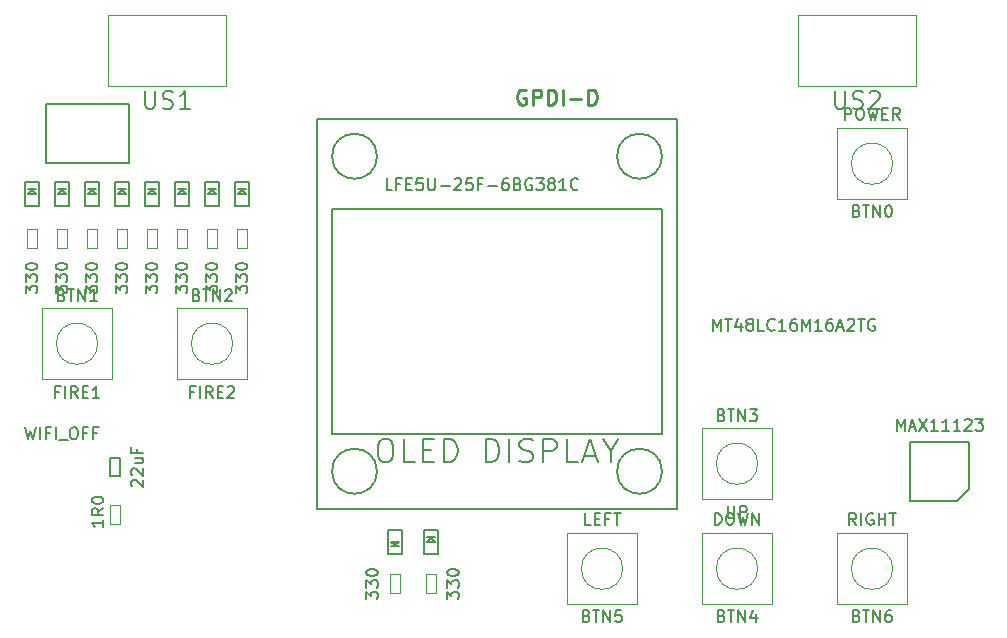
<source format=gbr>
G04 #@! TF.FileFunction,Other,Fab,Top*
%FSLAX46Y46*%
G04 Gerber Fmt 4.6, Leading zero omitted, Abs format (unit mm)*
G04 Created by KiCad (PCBNEW 4.0.7+dfsg1-1) date Tue Oct  3 00:54:53 2017*
%MOMM*%
%LPD*%
G01*
G04 APERTURE LIST*
%ADD10C,0.100000*%
%ADD11C,0.150000*%
%ADD12C,0.254000*%
G04 APERTURE END LIST*
D10*
D11*
X118530000Y-76260000D02*
X117930000Y-76260000D01*
X118230000Y-76360000D02*
X118530000Y-76660000D01*
X117930000Y-76660000D02*
X118230000Y-76360000D01*
X118530000Y-76660000D02*
X117930000Y-76660000D01*
X118830000Y-77660000D02*
X118830000Y-75660000D01*
X117630000Y-77660000D02*
X118830000Y-77660000D01*
X117630000Y-75660000D02*
X117630000Y-77660000D01*
X118830000Y-75660000D02*
X117630000Y-75660000D01*
X115990000Y-76260000D02*
X115390000Y-76260000D01*
X115690000Y-76360000D02*
X115990000Y-76660000D01*
X115390000Y-76660000D02*
X115690000Y-76360000D01*
X115990000Y-76660000D02*
X115390000Y-76660000D01*
X116290000Y-77660000D02*
X116290000Y-75660000D01*
X115090000Y-77660000D02*
X116290000Y-77660000D01*
X115090000Y-75660000D02*
X115090000Y-77660000D01*
X116290000Y-75660000D02*
X115090000Y-75660000D01*
X113450000Y-76260000D02*
X112850000Y-76260000D01*
X113150000Y-76360000D02*
X113450000Y-76660000D01*
X112850000Y-76660000D02*
X113150000Y-76360000D01*
X113450000Y-76660000D02*
X112850000Y-76660000D01*
X113750000Y-77660000D02*
X113750000Y-75660000D01*
X112550000Y-77660000D02*
X113750000Y-77660000D01*
X112550000Y-75660000D02*
X112550000Y-77660000D01*
X113750000Y-75660000D02*
X112550000Y-75660000D01*
X110910000Y-76260000D02*
X110310000Y-76260000D01*
X110610000Y-76360000D02*
X110910000Y-76660000D01*
X110310000Y-76660000D02*
X110610000Y-76360000D01*
X110910000Y-76660000D02*
X110310000Y-76660000D01*
X111210000Y-77660000D02*
X111210000Y-75660000D01*
X110010000Y-77660000D02*
X111210000Y-77660000D01*
X110010000Y-75660000D02*
X110010000Y-77660000D01*
X111210000Y-75660000D02*
X110010000Y-75660000D01*
X108370000Y-76260000D02*
X107770000Y-76260000D01*
X108070000Y-76360000D02*
X108370000Y-76660000D01*
X107770000Y-76660000D02*
X108070000Y-76360000D01*
X108370000Y-76660000D02*
X107770000Y-76660000D01*
X108670000Y-77660000D02*
X108670000Y-75660000D01*
X107470000Y-77660000D02*
X108670000Y-77660000D01*
X107470000Y-75660000D02*
X107470000Y-77660000D01*
X108670000Y-75660000D02*
X107470000Y-75660000D01*
X105830000Y-76260000D02*
X105230000Y-76260000D01*
X105530000Y-76360000D02*
X105830000Y-76660000D01*
X105230000Y-76660000D02*
X105530000Y-76360000D01*
X105830000Y-76660000D02*
X105230000Y-76660000D01*
X106130000Y-77660000D02*
X106130000Y-75660000D01*
X104930000Y-77660000D02*
X106130000Y-77660000D01*
X104930000Y-75660000D02*
X104930000Y-77660000D01*
X106130000Y-75660000D02*
X104930000Y-75660000D01*
X103290000Y-76260000D02*
X102690000Y-76260000D01*
X102990000Y-76360000D02*
X103290000Y-76660000D01*
X102690000Y-76660000D02*
X102990000Y-76360000D01*
X103290000Y-76660000D02*
X102690000Y-76660000D01*
X103590000Y-77660000D02*
X103590000Y-75660000D01*
X102390000Y-77660000D02*
X103590000Y-77660000D01*
X102390000Y-75660000D02*
X102390000Y-77660000D01*
X103590000Y-75660000D02*
X102390000Y-75660000D01*
X100750000Y-76260000D02*
X100150000Y-76260000D01*
X100450000Y-76360000D02*
X100750000Y-76660000D01*
X100150000Y-76660000D02*
X100450000Y-76360000D01*
X100750000Y-76660000D02*
X100150000Y-76660000D01*
X101050000Y-77660000D02*
X101050000Y-75660000D01*
X99850000Y-77660000D02*
X101050000Y-77660000D01*
X99850000Y-75660000D02*
X99850000Y-77660000D01*
X101050000Y-75660000D02*
X99850000Y-75660000D01*
X108624000Y-69080000D02*
X108624000Y-74080000D01*
X101624000Y-69080000D02*
X108624000Y-69080000D01*
X101624000Y-74080000D02*
X101624000Y-69080000D01*
X108624000Y-74080000D02*
X101624000Y-74080000D01*
X130884000Y-106524000D02*
X131484000Y-106524000D01*
X131184000Y-106424000D02*
X130884000Y-106124000D01*
X131484000Y-106124000D02*
X131184000Y-106424000D01*
X130884000Y-106124000D02*
X131484000Y-106124000D01*
X130584000Y-105124000D02*
X130584000Y-107124000D01*
X131784000Y-105124000D02*
X130584000Y-105124000D01*
X131784000Y-107124000D02*
X131784000Y-105124000D01*
X130584000Y-107124000D02*
X131784000Y-107124000D01*
X134532000Y-105724000D02*
X133932000Y-105724000D01*
X134232000Y-105824000D02*
X134532000Y-106124000D01*
X133932000Y-106124000D02*
X134232000Y-105824000D01*
X134532000Y-106124000D02*
X133932000Y-106124000D01*
X134832000Y-107124000D02*
X134832000Y-105124000D01*
X133632000Y-107124000D02*
X134832000Y-107124000D01*
X133632000Y-105124000D02*
X133632000Y-107124000D01*
X134832000Y-105124000D02*
X133632000Y-105124000D01*
D10*
X130784000Y-108880000D02*
X131584000Y-108880000D01*
X130784000Y-110480000D02*
X130784000Y-108880000D01*
X131584000Y-110480000D02*
X130784000Y-110480000D01*
X131584000Y-108880000D02*
X131584000Y-110480000D01*
X134632000Y-110480000D02*
X133832000Y-110480000D01*
X134632000Y-108880000D02*
X134632000Y-110480000D01*
X133832000Y-108880000D02*
X134632000Y-108880000D01*
X133832000Y-110480000D02*
X133832000Y-108880000D01*
D11*
X107880000Y-100600000D02*
X107080000Y-100600000D01*
X107880000Y-99000000D02*
X107880000Y-100600000D01*
X107080000Y-99000000D02*
X107880000Y-99000000D01*
X107080000Y-100600000D02*
X107080000Y-99000000D01*
D10*
X107080000Y-103000000D02*
X107880000Y-103000000D01*
X107080000Y-104600000D02*
X107080000Y-103000000D01*
X107880000Y-104600000D02*
X107080000Y-104600000D01*
X107880000Y-103000000D02*
X107880000Y-104600000D01*
X116880000Y-61560000D02*
X116880000Y-67560000D01*
X106880000Y-61560000D02*
X116880000Y-61560000D01*
X106880000Y-67560000D02*
X106880000Y-61560000D01*
X116880000Y-67560000D02*
X106880000Y-67560000D01*
X175300000Y-61560000D02*
X175300000Y-67560000D01*
X165300000Y-61560000D02*
X175300000Y-61560000D01*
X165300000Y-67560000D02*
X165300000Y-61560000D01*
X175300000Y-67560000D02*
X165300000Y-67560000D01*
X118630000Y-81270000D02*
X117830000Y-81270000D01*
X118630000Y-79670000D02*
X118630000Y-81270000D01*
X117830000Y-79670000D02*
X118630000Y-79670000D01*
X117830000Y-81270000D02*
X117830000Y-79670000D01*
X116090000Y-81270000D02*
X115290000Y-81270000D01*
X116090000Y-79670000D02*
X116090000Y-81270000D01*
X115290000Y-79670000D02*
X116090000Y-79670000D01*
X115290000Y-81270000D02*
X115290000Y-79670000D01*
X113550000Y-81270000D02*
X112750000Y-81270000D01*
X113550000Y-79670000D02*
X113550000Y-81270000D01*
X112750000Y-79670000D02*
X113550000Y-79670000D01*
X112750000Y-81270000D02*
X112750000Y-79670000D01*
X111010000Y-81270000D02*
X110210000Y-81270000D01*
X111010000Y-79670000D02*
X111010000Y-81270000D01*
X110210000Y-79670000D02*
X111010000Y-79670000D01*
X110210000Y-81270000D02*
X110210000Y-79670000D01*
X108470000Y-81270000D02*
X107670000Y-81270000D01*
X108470000Y-79670000D02*
X108470000Y-81270000D01*
X107670000Y-79670000D02*
X108470000Y-79670000D01*
X107670000Y-81270000D02*
X107670000Y-79670000D01*
X105930000Y-81270000D02*
X105130000Y-81270000D01*
X105930000Y-79670000D02*
X105930000Y-81270000D01*
X105130000Y-79670000D02*
X105930000Y-79670000D01*
X105130000Y-81270000D02*
X105130000Y-79670000D01*
X103390000Y-81270000D02*
X102590000Y-81270000D01*
X103390000Y-79670000D02*
X103390000Y-81270000D01*
X102590000Y-79670000D02*
X103390000Y-79670000D01*
X102590000Y-81270000D02*
X102590000Y-79670000D01*
X100850000Y-81270000D02*
X100050000Y-81270000D01*
X100850000Y-79670000D02*
X100850000Y-81270000D01*
X100050000Y-79670000D02*
X100850000Y-79670000D01*
X100050000Y-81270000D02*
X100050000Y-79670000D01*
D11*
X178785000Y-102655000D02*
X174785000Y-102655000D01*
X174785000Y-102655000D02*
X174785000Y-97655000D01*
X174785000Y-97655000D02*
X179785000Y-97655000D01*
X179785000Y-97655000D02*
X179785000Y-101655000D01*
X179785000Y-101655000D02*
X178785000Y-102655000D01*
X153790000Y-73485000D02*
G75*
G03X153790000Y-73485000I-1905000J0D01*
G01*
X129660000Y-73485000D02*
G75*
G03X129660000Y-73485000I-1905000J0D01*
G01*
X129660000Y-100155000D02*
G75*
G03X129660000Y-100155000I-1905000J0D01*
G01*
X153790000Y-100155000D02*
G75*
G03X153790000Y-100155000I-1905000J0D01*
G01*
X153790000Y-77930000D02*
X153790000Y-96980000D01*
X125850000Y-77930000D02*
X153790000Y-77930000D01*
X125850000Y-96980000D02*
X125850000Y-77930000D01*
X153790000Y-96980000D02*
X125850000Y-96980000D01*
X155060000Y-70310000D02*
X155060000Y-103330000D01*
X124580000Y-70310000D02*
X155060000Y-70310000D01*
X124580000Y-103330000D02*
X124580000Y-70310000D01*
X155060000Y-103330000D02*
X124580000Y-103330000D01*
D10*
X174570000Y-77120000D02*
X174570000Y-71120000D01*
X174570000Y-71120000D02*
X168570000Y-71120000D01*
X168570000Y-71120000D02*
X168570000Y-77120000D01*
X168570000Y-77120000D02*
X174570000Y-77120000D01*
X173320714Y-74120000D02*
G75*
G03X173320714Y-74120000I-1750714J0D01*
G01*
X101260000Y-86360000D02*
X101260000Y-92360000D01*
X101260000Y-92360000D02*
X107260000Y-92360000D01*
X107260000Y-92360000D02*
X107260000Y-86360000D01*
X107260000Y-86360000D02*
X101260000Y-86360000D01*
X106010714Y-89360000D02*
G75*
G03X106010714Y-89360000I-1750714J0D01*
G01*
X112690000Y-86360000D02*
X112690000Y-92360000D01*
X112690000Y-92360000D02*
X118690000Y-92360000D01*
X118690000Y-92360000D02*
X118690000Y-86360000D01*
X118690000Y-86360000D02*
X112690000Y-86360000D01*
X117440714Y-89360000D02*
G75*
G03X117440714Y-89360000I-1750714J0D01*
G01*
X157140000Y-96520000D02*
X157140000Y-102520000D01*
X157140000Y-102520000D02*
X163140000Y-102520000D01*
X163140000Y-102520000D02*
X163140000Y-96520000D01*
X163140000Y-96520000D02*
X157140000Y-96520000D01*
X161890714Y-99520000D02*
G75*
G03X161890714Y-99520000I-1750714J0D01*
G01*
X163140000Y-111410000D02*
X163140000Y-105410000D01*
X163140000Y-105410000D02*
X157140000Y-105410000D01*
X157140000Y-105410000D02*
X157140000Y-111410000D01*
X157140000Y-111410000D02*
X163140000Y-111410000D01*
X161890714Y-108410000D02*
G75*
G03X161890714Y-108410000I-1750714J0D01*
G01*
X151710000Y-111410000D02*
X151710000Y-105410000D01*
X151710000Y-105410000D02*
X145710000Y-105410000D01*
X145710000Y-105410000D02*
X145710000Y-111410000D01*
X145710000Y-111410000D02*
X151710000Y-111410000D01*
X150460714Y-108410000D02*
G75*
G03X150460714Y-108410000I-1750714J0D01*
G01*
X174570000Y-111410000D02*
X174570000Y-105410000D01*
X174570000Y-105410000D02*
X168570000Y-105410000D01*
X168570000Y-105410000D02*
X168570000Y-111410000D01*
X168570000Y-111410000D02*
X174570000Y-111410000D01*
X173320714Y-108410000D02*
G75*
G03X173320714Y-108410000I-1750714J0D01*
G01*
D11*
X158132666Y-88252381D02*
X158132666Y-87252381D01*
X158466000Y-87966667D01*
X158799333Y-87252381D01*
X158799333Y-88252381D01*
X159132666Y-87252381D02*
X159704095Y-87252381D01*
X159418380Y-88252381D02*
X159418380Y-87252381D01*
X160466000Y-87585714D02*
X160466000Y-88252381D01*
X160227904Y-87204762D02*
X159989809Y-87919048D01*
X160608857Y-87919048D01*
X161132666Y-87680952D02*
X161037428Y-87633333D01*
X160989809Y-87585714D01*
X160942190Y-87490476D01*
X160942190Y-87442857D01*
X160989809Y-87347619D01*
X161037428Y-87300000D01*
X161132666Y-87252381D01*
X161323143Y-87252381D01*
X161418381Y-87300000D01*
X161466000Y-87347619D01*
X161513619Y-87442857D01*
X161513619Y-87490476D01*
X161466000Y-87585714D01*
X161418381Y-87633333D01*
X161323143Y-87680952D01*
X161132666Y-87680952D01*
X161037428Y-87728571D01*
X160989809Y-87776190D01*
X160942190Y-87871429D01*
X160942190Y-88061905D01*
X160989809Y-88157143D01*
X161037428Y-88204762D01*
X161132666Y-88252381D01*
X161323143Y-88252381D01*
X161418381Y-88204762D01*
X161466000Y-88157143D01*
X161513619Y-88061905D01*
X161513619Y-87871429D01*
X161466000Y-87776190D01*
X161418381Y-87728571D01*
X161323143Y-87680952D01*
X162418381Y-88252381D02*
X161942190Y-88252381D01*
X161942190Y-87252381D01*
X163323143Y-88157143D02*
X163275524Y-88204762D01*
X163132667Y-88252381D01*
X163037429Y-88252381D01*
X162894571Y-88204762D01*
X162799333Y-88109524D01*
X162751714Y-88014286D01*
X162704095Y-87823810D01*
X162704095Y-87680952D01*
X162751714Y-87490476D01*
X162799333Y-87395238D01*
X162894571Y-87300000D01*
X163037429Y-87252381D01*
X163132667Y-87252381D01*
X163275524Y-87300000D01*
X163323143Y-87347619D01*
X164275524Y-88252381D02*
X163704095Y-88252381D01*
X163989809Y-88252381D02*
X163989809Y-87252381D01*
X163894571Y-87395238D01*
X163799333Y-87490476D01*
X163704095Y-87538095D01*
X165132667Y-87252381D02*
X164942190Y-87252381D01*
X164846952Y-87300000D01*
X164799333Y-87347619D01*
X164704095Y-87490476D01*
X164656476Y-87680952D01*
X164656476Y-88061905D01*
X164704095Y-88157143D01*
X164751714Y-88204762D01*
X164846952Y-88252381D01*
X165037429Y-88252381D01*
X165132667Y-88204762D01*
X165180286Y-88157143D01*
X165227905Y-88061905D01*
X165227905Y-87823810D01*
X165180286Y-87728571D01*
X165132667Y-87680952D01*
X165037429Y-87633333D01*
X164846952Y-87633333D01*
X164751714Y-87680952D01*
X164704095Y-87728571D01*
X164656476Y-87823810D01*
X165656476Y-88252381D02*
X165656476Y-87252381D01*
X165989810Y-87966667D01*
X166323143Y-87252381D01*
X166323143Y-88252381D01*
X167323143Y-88252381D02*
X166751714Y-88252381D01*
X167037428Y-88252381D02*
X167037428Y-87252381D01*
X166942190Y-87395238D01*
X166846952Y-87490476D01*
X166751714Y-87538095D01*
X168180286Y-87252381D02*
X167989809Y-87252381D01*
X167894571Y-87300000D01*
X167846952Y-87347619D01*
X167751714Y-87490476D01*
X167704095Y-87680952D01*
X167704095Y-88061905D01*
X167751714Y-88157143D01*
X167799333Y-88204762D01*
X167894571Y-88252381D01*
X168085048Y-88252381D01*
X168180286Y-88204762D01*
X168227905Y-88157143D01*
X168275524Y-88061905D01*
X168275524Y-87823810D01*
X168227905Y-87728571D01*
X168180286Y-87680952D01*
X168085048Y-87633333D01*
X167894571Y-87633333D01*
X167799333Y-87680952D01*
X167751714Y-87728571D01*
X167704095Y-87823810D01*
X168656476Y-87966667D02*
X169132667Y-87966667D01*
X168561238Y-88252381D02*
X168894571Y-87252381D01*
X169227905Y-88252381D01*
X169513619Y-87347619D02*
X169561238Y-87300000D01*
X169656476Y-87252381D01*
X169894572Y-87252381D01*
X169989810Y-87300000D01*
X170037429Y-87347619D01*
X170085048Y-87442857D01*
X170085048Y-87538095D01*
X170037429Y-87680952D01*
X169466000Y-88252381D01*
X170085048Y-88252381D01*
X170370762Y-87252381D02*
X170942191Y-87252381D01*
X170656476Y-88252381D02*
X170656476Y-87252381D01*
X171799334Y-87300000D02*
X171704096Y-87252381D01*
X171561239Y-87252381D01*
X171418381Y-87300000D01*
X171323143Y-87395238D01*
X171275524Y-87490476D01*
X171227905Y-87680952D01*
X171227905Y-87823810D01*
X171275524Y-88014286D01*
X171323143Y-88109524D01*
X171418381Y-88204762D01*
X171561239Y-88252381D01*
X171656477Y-88252381D01*
X171799334Y-88204762D01*
X171846953Y-88157143D01*
X171846953Y-87823810D01*
X171656477Y-87823810D01*
X99894762Y-96432381D02*
X100132857Y-97432381D01*
X100323334Y-96718095D01*
X100513810Y-97432381D01*
X100751905Y-96432381D01*
X101132857Y-97432381D02*
X101132857Y-96432381D01*
X101942381Y-96908571D02*
X101609047Y-96908571D01*
X101609047Y-97432381D02*
X101609047Y-96432381D01*
X102085238Y-96432381D01*
X102466190Y-97432381D02*
X102466190Y-96432381D01*
X102704285Y-97527619D02*
X103466190Y-97527619D01*
X103894761Y-96432381D02*
X104085238Y-96432381D01*
X104180476Y-96480000D01*
X104275714Y-96575238D01*
X104323333Y-96765714D01*
X104323333Y-97099048D01*
X104275714Y-97289524D01*
X104180476Y-97384762D01*
X104085238Y-97432381D01*
X103894761Y-97432381D01*
X103799523Y-97384762D01*
X103704285Y-97289524D01*
X103656666Y-97099048D01*
X103656666Y-96765714D01*
X103704285Y-96575238D01*
X103799523Y-96480000D01*
X103894761Y-96432381D01*
X105085238Y-96908571D02*
X104751904Y-96908571D01*
X104751904Y-97432381D02*
X104751904Y-96432381D01*
X105228095Y-96432381D01*
X105942381Y-96908571D02*
X105609047Y-96908571D01*
X105609047Y-97432381D02*
X105609047Y-96432381D01*
X106085238Y-96432381D01*
X128736381Y-110965714D02*
X128736381Y-110346666D01*
X129117333Y-110680000D01*
X129117333Y-110537142D01*
X129164952Y-110441904D01*
X129212571Y-110394285D01*
X129307810Y-110346666D01*
X129545905Y-110346666D01*
X129641143Y-110394285D01*
X129688762Y-110441904D01*
X129736381Y-110537142D01*
X129736381Y-110822857D01*
X129688762Y-110918095D01*
X129641143Y-110965714D01*
X128736381Y-110013333D02*
X128736381Y-109394285D01*
X129117333Y-109727619D01*
X129117333Y-109584761D01*
X129164952Y-109489523D01*
X129212571Y-109441904D01*
X129307810Y-109394285D01*
X129545905Y-109394285D01*
X129641143Y-109441904D01*
X129688762Y-109489523D01*
X129736381Y-109584761D01*
X129736381Y-109870476D01*
X129688762Y-109965714D01*
X129641143Y-110013333D01*
X128736381Y-108775238D02*
X128736381Y-108679999D01*
X128784000Y-108584761D01*
X128831619Y-108537142D01*
X128926857Y-108489523D01*
X129117333Y-108441904D01*
X129355429Y-108441904D01*
X129545905Y-108489523D01*
X129641143Y-108537142D01*
X129688762Y-108584761D01*
X129736381Y-108679999D01*
X129736381Y-108775238D01*
X129688762Y-108870476D01*
X129641143Y-108918095D01*
X129545905Y-108965714D01*
X129355429Y-109013333D01*
X129117333Y-109013333D01*
X128926857Y-108965714D01*
X128831619Y-108918095D01*
X128784000Y-108870476D01*
X128736381Y-108775238D01*
X135584381Y-110965714D02*
X135584381Y-110346666D01*
X135965333Y-110680000D01*
X135965333Y-110537142D01*
X136012952Y-110441904D01*
X136060571Y-110394285D01*
X136155810Y-110346666D01*
X136393905Y-110346666D01*
X136489143Y-110394285D01*
X136536762Y-110441904D01*
X136584381Y-110537142D01*
X136584381Y-110822857D01*
X136536762Y-110918095D01*
X136489143Y-110965714D01*
X135584381Y-110013333D02*
X135584381Y-109394285D01*
X135965333Y-109727619D01*
X135965333Y-109584761D01*
X136012952Y-109489523D01*
X136060571Y-109441904D01*
X136155810Y-109394285D01*
X136393905Y-109394285D01*
X136489143Y-109441904D01*
X136536762Y-109489523D01*
X136584381Y-109584761D01*
X136584381Y-109870476D01*
X136536762Y-109965714D01*
X136489143Y-110013333D01*
X135584381Y-108775238D02*
X135584381Y-108679999D01*
X135632000Y-108584761D01*
X135679619Y-108537142D01*
X135774857Y-108489523D01*
X135965333Y-108441904D01*
X136203429Y-108441904D01*
X136393905Y-108489523D01*
X136489143Y-108537142D01*
X136536762Y-108584761D01*
X136584381Y-108679999D01*
X136584381Y-108775238D01*
X136536762Y-108870476D01*
X136489143Y-108918095D01*
X136393905Y-108965714D01*
X136203429Y-109013333D01*
X135965333Y-109013333D01*
X135774857Y-108965714D01*
X135679619Y-108918095D01*
X135632000Y-108870476D01*
X135584381Y-108775238D01*
X108927619Y-101442857D02*
X108880000Y-101395238D01*
X108832381Y-101300000D01*
X108832381Y-101061904D01*
X108880000Y-100966666D01*
X108927619Y-100919047D01*
X109022857Y-100871428D01*
X109118095Y-100871428D01*
X109260952Y-100919047D01*
X109832381Y-101490476D01*
X109832381Y-100871428D01*
X108927619Y-100490476D02*
X108880000Y-100442857D01*
X108832381Y-100347619D01*
X108832381Y-100109523D01*
X108880000Y-100014285D01*
X108927619Y-99966666D01*
X109022857Y-99919047D01*
X109118095Y-99919047D01*
X109260952Y-99966666D01*
X109832381Y-100538095D01*
X109832381Y-99919047D01*
X109165714Y-99061904D02*
X109832381Y-99061904D01*
X109165714Y-99490476D02*
X109689524Y-99490476D01*
X109784762Y-99442857D01*
X109832381Y-99347619D01*
X109832381Y-99204761D01*
X109784762Y-99109523D01*
X109737143Y-99061904D01*
X109308571Y-98252380D02*
X109308571Y-98585714D01*
X109832381Y-98585714D02*
X108832381Y-98585714D01*
X108832381Y-98109523D01*
X106490381Y-104274476D02*
X106490381Y-104845905D01*
X106490381Y-104560191D02*
X105490381Y-104560191D01*
X105633238Y-104655429D01*
X105728476Y-104750667D01*
X105776095Y-104845905D01*
X106490381Y-103274476D02*
X106014190Y-103607810D01*
X106490381Y-103845905D02*
X105490381Y-103845905D01*
X105490381Y-103464952D01*
X105538000Y-103369714D01*
X105585619Y-103322095D01*
X105680857Y-103274476D01*
X105823714Y-103274476D01*
X105918952Y-103322095D01*
X105966571Y-103369714D01*
X106014190Y-103464952D01*
X106014190Y-103845905D01*
X105490381Y-102655429D02*
X105490381Y-102560190D01*
X105538000Y-102464952D01*
X105585619Y-102417333D01*
X105680857Y-102369714D01*
X105871333Y-102322095D01*
X106109429Y-102322095D01*
X106299905Y-102369714D01*
X106395143Y-102417333D01*
X106442762Y-102464952D01*
X106490381Y-102560190D01*
X106490381Y-102655429D01*
X106442762Y-102750667D01*
X106395143Y-102798286D01*
X106299905Y-102845905D01*
X106109429Y-102893524D01*
X105871333Y-102893524D01*
X105680857Y-102845905D01*
X105585619Y-102798286D01*
X105538000Y-102750667D01*
X105490381Y-102655429D01*
X110022858Y-67964571D02*
X110022858Y-69178857D01*
X110094286Y-69321714D01*
X110165715Y-69393143D01*
X110308572Y-69464571D01*
X110594286Y-69464571D01*
X110737144Y-69393143D01*
X110808572Y-69321714D01*
X110880001Y-69178857D01*
X110880001Y-67964571D01*
X111522858Y-69393143D02*
X111737144Y-69464571D01*
X112094287Y-69464571D01*
X112237144Y-69393143D01*
X112308573Y-69321714D01*
X112380001Y-69178857D01*
X112380001Y-69036000D01*
X112308573Y-68893143D01*
X112237144Y-68821714D01*
X112094287Y-68750286D01*
X111808573Y-68678857D01*
X111665715Y-68607429D01*
X111594287Y-68536000D01*
X111522858Y-68393143D01*
X111522858Y-68250286D01*
X111594287Y-68107429D01*
X111665715Y-68036000D01*
X111808573Y-67964571D01*
X112165715Y-67964571D01*
X112380001Y-68036000D01*
X113808572Y-69464571D02*
X112951429Y-69464571D01*
X113380001Y-69464571D02*
X113380001Y-67964571D01*
X113237144Y-68178857D01*
X113094286Y-68321714D01*
X112951429Y-68393143D01*
X168442858Y-67964571D02*
X168442858Y-69178857D01*
X168514286Y-69321714D01*
X168585715Y-69393143D01*
X168728572Y-69464571D01*
X169014286Y-69464571D01*
X169157144Y-69393143D01*
X169228572Y-69321714D01*
X169300001Y-69178857D01*
X169300001Y-67964571D01*
X169942858Y-69393143D02*
X170157144Y-69464571D01*
X170514287Y-69464571D01*
X170657144Y-69393143D01*
X170728573Y-69321714D01*
X170800001Y-69178857D01*
X170800001Y-69036000D01*
X170728573Y-68893143D01*
X170657144Y-68821714D01*
X170514287Y-68750286D01*
X170228573Y-68678857D01*
X170085715Y-68607429D01*
X170014287Y-68536000D01*
X169942858Y-68393143D01*
X169942858Y-68250286D01*
X170014287Y-68107429D01*
X170085715Y-68036000D01*
X170228573Y-67964571D01*
X170585715Y-67964571D01*
X170800001Y-68036000D01*
X171371429Y-68107429D02*
X171442858Y-68036000D01*
X171585715Y-67964571D01*
X171942858Y-67964571D01*
X172085715Y-68036000D01*
X172157144Y-68107429D01*
X172228572Y-68250286D01*
X172228572Y-68393143D01*
X172157144Y-68607429D01*
X171300001Y-69464571D01*
X172228572Y-69464571D01*
X117682381Y-85057714D02*
X117682381Y-84438666D01*
X118063333Y-84772000D01*
X118063333Y-84629142D01*
X118110952Y-84533904D01*
X118158571Y-84486285D01*
X118253810Y-84438666D01*
X118491905Y-84438666D01*
X118587143Y-84486285D01*
X118634762Y-84533904D01*
X118682381Y-84629142D01*
X118682381Y-84914857D01*
X118634762Y-85010095D01*
X118587143Y-85057714D01*
X117682381Y-84105333D02*
X117682381Y-83486285D01*
X118063333Y-83819619D01*
X118063333Y-83676761D01*
X118110952Y-83581523D01*
X118158571Y-83533904D01*
X118253810Y-83486285D01*
X118491905Y-83486285D01*
X118587143Y-83533904D01*
X118634762Y-83581523D01*
X118682381Y-83676761D01*
X118682381Y-83962476D01*
X118634762Y-84057714D01*
X118587143Y-84105333D01*
X117682381Y-82867238D02*
X117682381Y-82771999D01*
X117730000Y-82676761D01*
X117777619Y-82629142D01*
X117872857Y-82581523D01*
X118063333Y-82533904D01*
X118301429Y-82533904D01*
X118491905Y-82581523D01*
X118587143Y-82629142D01*
X118634762Y-82676761D01*
X118682381Y-82771999D01*
X118682381Y-82867238D01*
X118634762Y-82962476D01*
X118587143Y-83010095D01*
X118491905Y-83057714D01*
X118301429Y-83105333D01*
X118063333Y-83105333D01*
X117872857Y-83057714D01*
X117777619Y-83010095D01*
X117730000Y-82962476D01*
X117682381Y-82867238D01*
X115142381Y-85057714D02*
X115142381Y-84438666D01*
X115523333Y-84772000D01*
X115523333Y-84629142D01*
X115570952Y-84533904D01*
X115618571Y-84486285D01*
X115713810Y-84438666D01*
X115951905Y-84438666D01*
X116047143Y-84486285D01*
X116094762Y-84533904D01*
X116142381Y-84629142D01*
X116142381Y-84914857D01*
X116094762Y-85010095D01*
X116047143Y-85057714D01*
X115142381Y-84105333D02*
X115142381Y-83486285D01*
X115523333Y-83819619D01*
X115523333Y-83676761D01*
X115570952Y-83581523D01*
X115618571Y-83533904D01*
X115713810Y-83486285D01*
X115951905Y-83486285D01*
X116047143Y-83533904D01*
X116094762Y-83581523D01*
X116142381Y-83676761D01*
X116142381Y-83962476D01*
X116094762Y-84057714D01*
X116047143Y-84105333D01*
X115142381Y-82867238D02*
X115142381Y-82771999D01*
X115190000Y-82676761D01*
X115237619Y-82629142D01*
X115332857Y-82581523D01*
X115523333Y-82533904D01*
X115761429Y-82533904D01*
X115951905Y-82581523D01*
X116047143Y-82629142D01*
X116094762Y-82676761D01*
X116142381Y-82771999D01*
X116142381Y-82867238D01*
X116094762Y-82962476D01*
X116047143Y-83010095D01*
X115951905Y-83057714D01*
X115761429Y-83105333D01*
X115523333Y-83105333D01*
X115332857Y-83057714D01*
X115237619Y-83010095D01*
X115190000Y-82962476D01*
X115142381Y-82867238D01*
X112602381Y-85057714D02*
X112602381Y-84438666D01*
X112983333Y-84772000D01*
X112983333Y-84629142D01*
X113030952Y-84533904D01*
X113078571Y-84486285D01*
X113173810Y-84438666D01*
X113411905Y-84438666D01*
X113507143Y-84486285D01*
X113554762Y-84533904D01*
X113602381Y-84629142D01*
X113602381Y-84914857D01*
X113554762Y-85010095D01*
X113507143Y-85057714D01*
X112602381Y-84105333D02*
X112602381Y-83486285D01*
X112983333Y-83819619D01*
X112983333Y-83676761D01*
X113030952Y-83581523D01*
X113078571Y-83533904D01*
X113173810Y-83486285D01*
X113411905Y-83486285D01*
X113507143Y-83533904D01*
X113554762Y-83581523D01*
X113602381Y-83676761D01*
X113602381Y-83962476D01*
X113554762Y-84057714D01*
X113507143Y-84105333D01*
X112602381Y-82867238D02*
X112602381Y-82771999D01*
X112650000Y-82676761D01*
X112697619Y-82629142D01*
X112792857Y-82581523D01*
X112983333Y-82533904D01*
X113221429Y-82533904D01*
X113411905Y-82581523D01*
X113507143Y-82629142D01*
X113554762Y-82676761D01*
X113602381Y-82771999D01*
X113602381Y-82867238D01*
X113554762Y-82962476D01*
X113507143Y-83010095D01*
X113411905Y-83057714D01*
X113221429Y-83105333D01*
X112983333Y-83105333D01*
X112792857Y-83057714D01*
X112697619Y-83010095D01*
X112650000Y-82962476D01*
X112602381Y-82867238D01*
X110062381Y-85057714D02*
X110062381Y-84438666D01*
X110443333Y-84772000D01*
X110443333Y-84629142D01*
X110490952Y-84533904D01*
X110538571Y-84486285D01*
X110633810Y-84438666D01*
X110871905Y-84438666D01*
X110967143Y-84486285D01*
X111014762Y-84533904D01*
X111062381Y-84629142D01*
X111062381Y-84914857D01*
X111014762Y-85010095D01*
X110967143Y-85057714D01*
X110062381Y-84105333D02*
X110062381Y-83486285D01*
X110443333Y-83819619D01*
X110443333Y-83676761D01*
X110490952Y-83581523D01*
X110538571Y-83533904D01*
X110633810Y-83486285D01*
X110871905Y-83486285D01*
X110967143Y-83533904D01*
X111014762Y-83581523D01*
X111062381Y-83676761D01*
X111062381Y-83962476D01*
X111014762Y-84057714D01*
X110967143Y-84105333D01*
X110062381Y-82867238D02*
X110062381Y-82771999D01*
X110110000Y-82676761D01*
X110157619Y-82629142D01*
X110252857Y-82581523D01*
X110443333Y-82533904D01*
X110681429Y-82533904D01*
X110871905Y-82581523D01*
X110967143Y-82629142D01*
X111014762Y-82676761D01*
X111062381Y-82771999D01*
X111062381Y-82867238D01*
X111014762Y-82962476D01*
X110967143Y-83010095D01*
X110871905Y-83057714D01*
X110681429Y-83105333D01*
X110443333Y-83105333D01*
X110252857Y-83057714D01*
X110157619Y-83010095D01*
X110110000Y-82962476D01*
X110062381Y-82867238D01*
X107522381Y-85057714D02*
X107522381Y-84438666D01*
X107903333Y-84772000D01*
X107903333Y-84629142D01*
X107950952Y-84533904D01*
X107998571Y-84486285D01*
X108093810Y-84438666D01*
X108331905Y-84438666D01*
X108427143Y-84486285D01*
X108474762Y-84533904D01*
X108522381Y-84629142D01*
X108522381Y-84914857D01*
X108474762Y-85010095D01*
X108427143Y-85057714D01*
X107522381Y-84105333D02*
X107522381Y-83486285D01*
X107903333Y-83819619D01*
X107903333Y-83676761D01*
X107950952Y-83581523D01*
X107998571Y-83533904D01*
X108093810Y-83486285D01*
X108331905Y-83486285D01*
X108427143Y-83533904D01*
X108474762Y-83581523D01*
X108522381Y-83676761D01*
X108522381Y-83962476D01*
X108474762Y-84057714D01*
X108427143Y-84105333D01*
X107522381Y-82867238D02*
X107522381Y-82771999D01*
X107570000Y-82676761D01*
X107617619Y-82629142D01*
X107712857Y-82581523D01*
X107903333Y-82533904D01*
X108141429Y-82533904D01*
X108331905Y-82581523D01*
X108427143Y-82629142D01*
X108474762Y-82676761D01*
X108522381Y-82771999D01*
X108522381Y-82867238D01*
X108474762Y-82962476D01*
X108427143Y-83010095D01*
X108331905Y-83057714D01*
X108141429Y-83105333D01*
X107903333Y-83105333D01*
X107712857Y-83057714D01*
X107617619Y-83010095D01*
X107570000Y-82962476D01*
X107522381Y-82867238D01*
X104982381Y-85057714D02*
X104982381Y-84438666D01*
X105363333Y-84772000D01*
X105363333Y-84629142D01*
X105410952Y-84533904D01*
X105458571Y-84486285D01*
X105553810Y-84438666D01*
X105791905Y-84438666D01*
X105887143Y-84486285D01*
X105934762Y-84533904D01*
X105982381Y-84629142D01*
X105982381Y-84914857D01*
X105934762Y-85010095D01*
X105887143Y-85057714D01*
X104982381Y-84105333D02*
X104982381Y-83486285D01*
X105363333Y-83819619D01*
X105363333Y-83676761D01*
X105410952Y-83581523D01*
X105458571Y-83533904D01*
X105553810Y-83486285D01*
X105791905Y-83486285D01*
X105887143Y-83533904D01*
X105934762Y-83581523D01*
X105982381Y-83676761D01*
X105982381Y-83962476D01*
X105934762Y-84057714D01*
X105887143Y-84105333D01*
X104982381Y-82867238D02*
X104982381Y-82771999D01*
X105030000Y-82676761D01*
X105077619Y-82629142D01*
X105172857Y-82581523D01*
X105363333Y-82533904D01*
X105601429Y-82533904D01*
X105791905Y-82581523D01*
X105887143Y-82629142D01*
X105934762Y-82676761D01*
X105982381Y-82771999D01*
X105982381Y-82867238D01*
X105934762Y-82962476D01*
X105887143Y-83010095D01*
X105791905Y-83057714D01*
X105601429Y-83105333D01*
X105363333Y-83105333D01*
X105172857Y-83057714D01*
X105077619Y-83010095D01*
X105030000Y-82962476D01*
X104982381Y-82867238D01*
X102442381Y-85057714D02*
X102442381Y-84438666D01*
X102823333Y-84772000D01*
X102823333Y-84629142D01*
X102870952Y-84533904D01*
X102918571Y-84486285D01*
X103013810Y-84438666D01*
X103251905Y-84438666D01*
X103347143Y-84486285D01*
X103394762Y-84533904D01*
X103442381Y-84629142D01*
X103442381Y-84914857D01*
X103394762Y-85010095D01*
X103347143Y-85057714D01*
X102442381Y-84105333D02*
X102442381Y-83486285D01*
X102823333Y-83819619D01*
X102823333Y-83676761D01*
X102870952Y-83581523D01*
X102918571Y-83533904D01*
X103013810Y-83486285D01*
X103251905Y-83486285D01*
X103347143Y-83533904D01*
X103394762Y-83581523D01*
X103442381Y-83676761D01*
X103442381Y-83962476D01*
X103394762Y-84057714D01*
X103347143Y-84105333D01*
X102442381Y-82867238D02*
X102442381Y-82771999D01*
X102490000Y-82676761D01*
X102537619Y-82629142D01*
X102632857Y-82581523D01*
X102823333Y-82533904D01*
X103061429Y-82533904D01*
X103251905Y-82581523D01*
X103347143Y-82629142D01*
X103394762Y-82676761D01*
X103442381Y-82771999D01*
X103442381Y-82867238D01*
X103394762Y-82962476D01*
X103347143Y-83010095D01*
X103251905Y-83057714D01*
X103061429Y-83105333D01*
X102823333Y-83105333D01*
X102632857Y-83057714D01*
X102537619Y-83010095D01*
X102490000Y-82962476D01*
X102442381Y-82867238D01*
X99902381Y-85057714D02*
X99902381Y-84438666D01*
X100283333Y-84772000D01*
X100283333Y-84629142D01*
X100330952Y-84533904D01*
X100378571Y-84486285D01*
X100473810Y-84438666D01*
X100711905Y-84438666D01*
X100807143Y-84486285D01*
X100854762Y-84533904D01*
X100902381Y-84629142D01*
X100902381Y-84914857D01*
X100854762Y-85010095D01*
X100807143Y-85057714D01*
X99902381Y-84105333D02*
X99902381Y-83486285D01*
X100283333Y-83819619D01*
X100283333Y-83676761D01*
X100330952Y-83581523D01*
X100378571Y-83533904D01*
X100473810Y-83486285D01*
X100711905Y-83486285D01*
X100807143Y-83533904D01*
X100854762Y-83581523D01*
X100902381Y-83676761D01*
X100902381Y-83962476D01*
X100854762Y-84057714D01*
X100807143Y-84105333D01*
X99902381Y-82867238D02*
X99902381Y-82771999D01*
X99950000Y-82676761D01*
X99997619Y-82629142D01*
X100092857Y-82581523D01*
X100283333Y-82533904D01*
X100521429Y-82533904D01*
X100711905Y-82581523D01*
X100807143Y-82629142D01*
X100854762Y-82676761D01*
X100902381Y-82771999D01*
X100902381Y-82867238D01*
X100854762Y-82962476D01*
X100807143Y-83010095D01*
X100711905Y-83057714D01*
X100521429Y-83105333D01*
X100283333Y-83105333D01*
X100092857Y-83057714D01*
X99997619Y-83010095D01*
X99950000Y-82962476D01*
X99902381Y-82867238D01*
X173665952Y-96732381D02*
X173665952Y-95732381D01*
X173999286Y-96446667D01*
X174332619Y-95732381D01*
X174332619Y-96732381D01*
X174761190Y-96446667D02*
X175237381Y-96446667D01*
X174665952Y-96732381D02*
X174999285Y-95732381D01*
X175332619Y-96732381D01*
X175570714Y-95732381D02*
X176237381Y-96732381D01*
X176237381Y-95732381D02*
X175570714Y-96732381D01*
X177142143Y-96732381D02*
X176570714Y-96732381D01*
X176856428Y-96732381D02*
X176856428Y-95732381D01*
X176761190Y-95875238D01*
X176665952Y-95970476D01*
X176570714Y-96018095D01*
X178094524Y-96732381D02*
X177523095Y-96732381D01*
X177808809Y-96732381D02*
X177808809Y-95732381D01*
X177713571Y-95875238D01*
X177618333Y-95970476D01*
X177523095Y-96018095D01*
X179046905Y-96732381D02*
X178475476Y-96732381D01*
X178761190Y-96732381D02*
X178761190Y-95732381D01*
X178665952Y-95875238D01*
X178570714Y-95970476D01*
X178475476Y-96018095D01*
X179427857Y-95827619D02*
X179475476Y-95780000D01*
X179570714Y-95732381D01*
X179808810Y-95732381D01*
X179904048Y-95780000D01*
X179951667Y-95827619D01*
X179999286Y-95922857D01*
X179999286Y-96018095D01*
X179951667Y-96160952D01*
X179380238Y-96732381D01*
X179999286Y-96732381D01*
X180332619Y-95732381D02*
X180951667Y-95732381D01*
X180618333Y-96113333D01*
X180761191Y-96113333D01*
X180856429Y-96160952D01*
X180904048Y-96208571D01*
X180951667Y-96303810D01*
X180951667Y-96541905D01*
X180904048Y-96637143D01*
X180856429Y-96684762D01*
X180761191Y-96732381D01*
X180475476Y-96732381D01*
X180380238Y-96684762D01*
X180332619Y-96637143D01*
X130954762Y-76350381D02*
X130478571Y-76350381D01*
X130478571Y-75350381D01*
X131621429Y-75826571D02*
X131288095Y-75826571D01*
X131288095Y-76350381D02*
X131288095Y-75350381D01*
X131764286Y-75350381D01*
X132145238Y-75826571D02*
X132478572Y-75826571D01*
X132621429Y-76350381D02*
X132145238Y-76350381D01*
X132145238Y-75350381D01*
X132621429Y-75350381D01*
X133526191Y-75350381D02*
X133050000Y-75350381D01*
X133002381Y-75826571D01*
X133050000Y-75778952D01*
X133145238Y-75731333D01*
X133383334Y-75731333D01*
X133478572Y-75778952D01*
X133526191Y-75826571D01*
X133573810Y-75921810D01*
X133573810Y-76159905D01*
X133526191Y-76255143D01*
X133478572Y-76302762D01*
X133383334Y-76350381D01*
X133145238Y-76350381D01*
X133050000Y-76302762D01*
X133002381Y-76255143D01*
X134002381Y-75350381D02*
X134002381Y-76159905D01*
X134050000Y-76255143D01*
X134097619Y-76302762D01*
X134192857Y-76350381D01*
X134383334Y-76350381D01*
X134478572Y-76302762D01*
X134526191Y-76255143D01*
X134573810Y-76159905D01*
X134573810Y-75350381D01*
X135050000Y-75969429D02*
X135811905Y-75969429D01*
X136240476Y-75445619D02*
X136288095Y-75398000D01*
X136383333Y-75350381D01*
X136621429Y-75350381D01*
X136716667Y-75398000D01*
X136764286Y-75445619D01*
X136811905Y-75540857D01*
X136811905Y-75636095D01*
X136764286Y-75778952D01*
X136192857Y-76350381D01*
X136811905Y-76350381D01*
X137716667Y-75350381D02*
X137240476Y-75350381D01*
X137192857Y-75826571D01*
X137240476Y-75778952D01*
X137335714Y-75731333D01*
X137573810Y-75731333D01*
X137669048Y-75778952D01*
X137716667Y-75826571D01*
X137764286Y-75921810D01*
X137764286Y-76159905D01*
X137716667Y-76255143D01*
X137669048Y-76302762D01*
X137573810Y-76350381D01*
X137335714Y-76350381D01*
X137240476Y-76302762D01*
X137192857Y-76255143D01*
X138526191Y-75826571D02*
X138192857Y-75826571D01*
X138192857Y-76350381D02*
X138192857Y-75350381D01*
X138669048Y-75350381D01*
X139050000Y-75969429D02*
X139811905Y-75969429D01*
X140716667Y-75350381D02*
X140526190Y-75350381D01*
X140430952Y-75398000D01*
X140383333Y-75445619D01*
X140288095Y-75588476D01*
X140240476Y-75778952D01*
X140240476Y-76159905D01*
X140288095Y-76255143D01*
X140335714Y-76302762D01*
X140430952Y-76350381D01*
X140621429Y-76350381D01*
X140716667Y-76302762D01*
X140764286Y-76255143D01*
X140811905Y-76159905D01*
X140811905Y-75921810D01*
X140764286Y-75826571D01*
X140716667Y-75778952D01*
X140621429Y-75731333D01*
X140430952Y-75731333D01*
X140335714Y-75778952D01*
X140288095Y-75826571D01*
X140240476Y-75921810D01*
X141573810Y-75826571D02*
X141716667Y-75874190D01*
X141764286Y-75921810D01*
X141811905Y-76017048D01*
X141811905Y-76159905D01*
X141764286Y-76255143D01*
X141716667Y-76302762D01*
X141621429Y-76350381D01*
X141240476Y-76350381D01*
X141240476Y-75350381D01*
X141573810Y-75350381D01*
X141669048Y-75398000D01*
X141716667Y-75445619D01*
X141764286Y-75540857D01*
X141764286Y-75636095D01*
X141716667Y-75731333D01*
X141669048Y-75778952D01*
X141573810Y-75826571D01*
X141240476Y-75826571D01*
X142764286Y-75398000D02*
X142669048Y-75350381D01*
X142526191Y-75350381D01*
X142383333Y-75398000D01*
X142288095Y-75493238D01*
X142240476Y-75588476D01*
X142192857Y-75778952D01*
X142192857Y-75921810D01*
X142240476Y-76112286D01*
X142288095Y-76207524D01*
X142383333Y-76302762D01*
X142526191Y-76350381D01*
X142621429Y-76350381D01*
X142764286Y-76302762D01*
X142811905Y-76255143D01*
X142811905Y-75921810D01*
X142621429Y-75921810D01*
X143145238Y-75350381D02*
X143764286Y-75350381D01*
X143430952Y-75731333D01*
X143573810Y-75731333D01*
X143669048Y-75778952D01*
X143716667Y-75826571D01*
X143764286Y-75921810D01*
X143764286Y-76159905D01*
X143716667Y-76255143D01*
X143669048Y-76302762D01*
X143573810Y-76350381D01*
X143288095Y-76350381D01*
X143192857Y-76302762D01*
X143145238Y-76255143D01*
X144335714Y-75778952D02*
X144240476Y-75731333D01*
X144192857Y-75683714D01*
X144145238Y-75588476D01*
X144145238Y-75540857D01*
X144192857Y-75445619D01*
X144240476Y-75398000D01*
X144335714Y-75350381D01*
X144526191Y-75350381D01*
X144621429Y-75398000D01*
X144669048Y-75445619D01*
X144716667Y-75540857D01*
X144716667Y-75588476D01*
X144669048Y-75683714D01*
X144621429Y-75731333D01*
X144526191Y-75778952D01*
X144335714Y-75778952D01*
X144240476Y-75826571D01*
X144192857Y-75874190D01*
X144145238Y-75969429D01*
X144145238Y-76159905D01*
X144192857Y-76255143D01*
X144240476Y-76302762D01*
X144335714Y-76350381D01*
X144526191Y-76350381D01*
X144621429Y-76302762D01*
X144669048Y-76255143D01*
X144716667Y-76159905D01*
X144716667Y-75969429D01*
X144669048Y-75874190D01*
X144621429Y-75826571D01*
X144526191Y-75778952D01*
X145669048Y-76350381D02*
X145097619Y-76350381D01*
X145383333Y-76350381D02*
X145383333Y-75350381D01*
X145288095Y-75493238D01*
X145192857Y-75588476D01*
X145097619Y-75636095D01*
X146669048Y-76255143D02*
X146621429Y-76302762D01*
X146478572Y-76350381D01*
X146383334Y-76350381D01*
X146240476Y-76302762D01*
X146145238Y-76207524D01*
X146097619Y-76112286D01*
X146050000Y-75921810D01*
X146050000Y-75778952D01*
X146097619Y-75588476D01*
X146145238Y-75493238D01*
X146240476Y-75398000D01*
X146383334Y-75350381D01*
X146478572Y-75350381D01*
X146621429Y-75398000D01*
X146669048Y-75445619D01*
X130200952Y-97408762D02*
X130581904Y-97408762D01*
X130772380Y-97504000D01*
X130962857Y-97694476D01*
X131058095Y-98075429D01*
X131058095Y-98742095D01*
X130962857Y-99123048D01*
X130772380Y-99313524D01*
X130581904Y-99408762D01*
X130200952Y-99408762D01*
X130010476Y-99313524D01*
X129819999Y-99123048D01*
X129724761Y-98742095D01*
X129724761Y-98075429D01*
X129819999Y-97694476D01*
X130010476Y-97504000D01*
X130200952Y-97408762D01*
X132867618Y-99408762D02*
X131915237Y-99408762D01*
X131915237Y-97408762D01*
X133534285Y-98361143D02*
X134200952Y-98361143D01*
X134486666Y-99408762D02*
X133534285Y-99408762D01*
X133534285Y-97408762D01*
X134486666Y-97408762D01*
X135343809Y-99408762D02*
X135343809Y-97408762D01*
X135820000Y-97408762D01*
X136105714Y-97504000D01*
X136296190Y-97694476D01*
X136391429Y-97884952D01*
X136486667Y-98265905D01*
X136486667Y-98551619D01*
X136391429Y-98932571D01*
X136296190Y-99123048D01*
X136105714Y-99313524D01*
X135820000Y-99408762D01*
X135343809Y-99408762D01*
X138867619Y-99408762D02*
X138867619Y-97408762D01*
X139343810Y-97408762D01*
X139629524Y-97504000D01*
X139820000Y-97694476D01*
X139915239Y-97884952D01*
X140010477Y-98265905D01*
X140010477Y-98551619D01*
X139915239Y-98932571D01*
X139820000Y-99123048D01*
X139629524Y-99313524D01*
X139343810Y-99408762D01*
X138867619Y-99408762D01*
X140867619Y-99408762D02*
X140867619Y-97408762D01*
X141724762Y-99313524D02*
X142010477Y-99408762D01*
X142486667Y-99408762D01*
X142677143Y-99313524D01*
X142772381Y-99218286D01*
X142867620Y-99027810D01*
X142867620Y-98837333D01*
X142772381Y-98646857D01*
X142677143Y-98551619D01*
X142486667Y-98456381D01*
X142105715Y-98361143D01*
X141915239Y-98265905D01*
X141820000Y-98170667D01*
X141724762Y-97980190D01*
X141724762Y-97789714D01*
X141820000Y-97599238D01*
X141915239Y-97504000D01*
X142105715Y-97408762D01*
X142581905Y-97408762D01*
X142867620Y-97504000D01*
X143724762Y-99408762D02*
X143724762Y-97408762D01*
X144486667Y-97408762D01*
X144677143Y-97504000D01*
X144772382Y-97599238D01*
X144867620Y-97789714D01*
X144867620Y-98075429D01*
X144772382Y-98265905D01*
X144677143Y-98361143D01*
X144486667Y-98456381D01*
X143724762Y-98456381D01*
X146677143Y-99408762D02*
X145724762Y-99408762D01*
X145724762Y-97408762D01*
X147248572Y-98837333D02*
X148200953Y-98837333D01*
X147058096Y-99408762D02*
X147724763Y-97408762D01*
X148391430Y-99408762D01*
X149439049Y-98456381D02*
X149439049Y-99408762D01*
X148772382Y-97408762D02*
X149439049Y-98456381D01*
X150105716Y-97408762D01*
D12*
X142239048Y-67897000D02*
X142118096Y-67836524D01*
X141936667Y-67836524D01*
X141755239Y-67897000D01*
X141634286Y-68017952D01*
X141573810Y-68138905D01*
X141513334Y-68380810D01*
X141513334Y-68562238D01*
X141573810Y-68804143D01*
X141634286Y-68925095D01*
X141755239Y-69046048D01*
X141936667Y-69106524D01*
X142057619Y-69106524D01*
X142239048Y-69046048D01*
X142299524Y-68985571D01*
X142299524Y-68562238D01*
X142057619Y-68562238D01*
X142843810Y-69106524D02*
X142843810Y-67836524D01*
X143327619Y-67836524D01*
X143448572Y-67897000D01*
X143509048Y-67957476D01*
X143569524Y-68078429D01*
X143569524Y-68259857D01*
X143509048Y-68380810D01*
X143448572Y-68441286D01*
X143327619Y-68501762D01*
X142843810Y-68501762D01*
X144113810Y-69106524D02*
X144113810Y-67836524D01*
X144416191Y-67836524D01*
X144597619Y-67897000D01*
X144718572Y-68017952D01*
X144779048Y-68138905D01*
X144839524Y-68380810D01*
X144839524Y-68562238D01*
X144779048Y-68804143D01*
X144718572Y-68925095D01*
X144597619Y-69046048D01*
X144416191Y-69106524D01*
X144113810Y-69106524D01*
X145383810Y-69106524D02*
X145383810Y-67836524D01*
X145988572Y-68622714D02*
X146956191Y-68622714D01*
X147560953Y-69106524D02*
X147560953Y-67836524D01*
X147863334Y-67836524D01*
X148044762Y-67897000D01*
X148165715Y-68017952D01*
X148226191Y-68138905D01*
X148286667Y-68380810D01*
X148286667Y-68562238D01*
X148226191Y-68804143D01*
X148165715Y-68925095D01*
X148044762Y-69046048D01*
X147863334Y-69106524D01*
X147560953Y-69106524D01*
D11*
X169260476Y-70422381D02*
X169260476Y-69422381D01*
X169641429Y-69422381D01*
X169736667Y-69470000D01*
X169784286Y-69517619D01*
X169831905Y-69612857D01*
X169831905Y-69755714D01*
X169784286Y-69850952D01*
X169736667Y-69898571D01*
X169641429Y-69946190D01*
X169260476Y-69946190D01*
X170450952Y-69422381D02*
X170641429Y-69422381D01*
X170736667Y-69470000D01*
X170831905Y-69565238D01*
X170879524Y-69755714D01*
X170879524Y-70089048D01*
X170831905Y-70279524D01*
X170736667Y-70374762D01*
X170641429Y-70422381D01*
X170450952Y-70422381D01*
X170355714Y-70374762D01*
X170260476Y-70279524D01*
X170212857Y-70089048D01*
X170212857Y-69755714D01*
X170260476Y-69565238D01*
X170355714Y-69470000D01*
X170450952Y-69422381D01*
X171212857Y-69422381D02*
X171450952Y-70422381D01*
X171641429Y-69708095D01*
X171831905Y-70422381D01*
X172070000Y-69422381D01*
X172450952Y-69898571D02*
X172784286Y-69898571D01*
X172927143Y-70422381D02*
X172450952Y-70422381D01*
X172450952Y-69422381D01*
X172927143Y-69422381D01*
X173927143Y-70422381D02*
X173593809Y-69946190D01*
X173355714Y-70422381D02*
X173355714Y-69422381D01*
X173736667Y-69422381D01*
X173831905Y-69470000D01*
X173879524Y-69517619D01*
X173927143Y-69612857D01*
X173927143Y-69755714D01*
X173879524Y-69850952D01*
X173831905Y-69898571D01*
X173736667Y-69946190D01*
X173355714Y-69946190D01*
X170260477Y-78098571D02*
X170403334Y-78146190D01*
X170450953Y-78193810D01*
X170498572Y-78289048D01*
X170498572Y-78431905D01*
X170450953Y-78527143D01*
X170403334Y-78574762D01*
X170308096Y-78622381D01*
X169927143Y-78622381D01*
X169927143Y-77622381D01*
X170260477Y-77622381D01*
X170355715Y-77670000D01*
X170403334Y-77717619D01*
X170450953Y-77812857D01*
X170450953Y-77908095D01*
X170403334Y-78003333D01*
X170355715Y-78050952D01*
X170260477Y-78098571D01*
X169927143Y-78098571D01*
X170784286Y-77622381D02*
X171355715Y-77622381D01*
X171070000Y-78622381D02*
X171070000Y-77622381D01*
X171689048Y-78622381D02*
X171689048Y-77622381D01*
X172260477Y-78622381D01*
X172260477Y-77622381D01*
X172927143Y-77622381D02*
X173022382Y-77622381D01*
X173117620Y-77670000D01*
X173165239Y-77717619D01*
X173212858Y-77812857D01*
X173260477Y-78003333D01*
X173260477Y-78241429D01*
X173212858Y-78431905D01*
X173165239Y-78527143D01*
X173117620Y-78574762D01*
X173022382Y-78622381D01*
X172927143Y-78622381D01*
X172831905Y-78574762D01*
X172784286Y-78527143D01*
X172736667Y-78431905D01*
X172689048Y-78241429D01*
X172689048Y-78003333D01*
X172736667Y-77812857D01*
X172784286Y-77717619D01*
X172831905Y-77670000D01*
X172927143Y-77622381D01*
X102736191Y-93438571D02*
X102402857Y-93438571D01*
X102402857Y-93962381D02*
X102402857Y-92962381D01*
X102879048Y-92962381D01*
X103260000Y-93962381D02*
X103260000Y-92962381D01*
X104307619Y-93962381D02*
X103974285Y-93486190D01*
X103736190Y-93962381D02*
X103736190Y-92962381D01*
X104117143Y-92962381D01*
X104212381Y-93010000D01*
X104260000Y-93057619D01*
X104307619Y-93152857D01*
X104307619Y-93295714D01*
X104260000Y-93390952D01*
X104212381Y-93438571D01*
X104117143Y-93486190D01*
X103736190Y-93486190D01*
X104736190Y-93438571D02*
X105069524Y-93438571D01*
X105212381Y-93962381D02*
X104736190Y-93962381D01*
X104736190Y-92962381D01*
X105212381Y-92962381D01*
X106164762Y-93962381D02*
X105593333Y-93962381D01*
X105879047Y-93962381D02*
X105879047Y-92962381D01*
X105783809Y-93105238D01*
X105688571Y-93200476D01*
X105593333Y-93248095D01*
X102950477Y-85238571D02*
X103093334Y-85286190D01*
X103140953Y-85333810D01*
X103188572Y-85429048D01*
X103188572Y-85571905D01*
X103140953Y-85667143D01*
X103093334Y-85714762D01*
X102998096Y-85762381D01*
X102617143Y-85762381D01*
X102617143Y-84762381D01*
X102950477Y-84762381D01*
X103045715Y-84810000D01*
X103093334Y-84857619D01*
X103140953Y-84952857D01*
X103140953Y-85048095D01*
X103093334Y-85143333D01*
X103045715Y-85190952D01*
X102950477Y-85238571D01*
X102617143Y-85238571D01*
X103474286Y-84762381D02*
X104045715Y-84762381D01*
X103760000Y-85762381D02*
X103760000Y-84762381D01*
X104379048Y-85762381D02*
X104379048Y-84762381D01*
X104950477Y-85762381D01*
X104950477Y-84762381D01*
X105950477Y-85762381D02*
X105379048Y-85762381D01*
X105664762Y-85762381D02*
X105664762Y-84762381D01*
X105569524Y-84905238D01*
X105474286Y-85000476D01*
X105379048Y-85048095D01*
X114166191Y-93438571D02*
X113832857Y-93438571D01*
X113832857Y-93962381D02*
X113832857Y-92962381D01*
X114309048Y-92962381D01*
X114690000Y-93962381D02*
X114690000Y-92962381D01*
X115737619Y-93962381D02*
X115404285Y-93486190D01*
X115166190Y-93962381D02*
X115166190Y-92962381D01*
X115547143Y-92962381D01*
X115642381Y-93010000D01*
X115690000Y-93057619D01*
X115737619Y-93152857D01*
X115737619Y-93295714D01*
X115690000Y-93390952D01*
X115642381Y-93438571D01*
X115547143Y-93486190D01*
X115166190Y-93486190D01*
X116166190Y-93438571D02*
X116499524Y-93438571D01*
X116642381Y-93962381D02*
X116166190Y-93962381D01*
X116166190Y-92962381D01*
X116642381Y-92962381D01*
X117023333Y-93057619D02*
X117070952Y-93010000D01*
X117166190Y-92962381D01*
X117404286Y-92962381D01*
X117499524Y-93010000D01*
X117547143Y-93057619D01*
X117594762Y-93152857D01*
X117594762Y-93248095D01*
X117547143Y-93390952D01*
X116975714Y-93962381D01*
X117594762Y-93962381D01*
X114380477Y-85238571D02*
X114523334Y-85286190D01*
X114570953Y-85333810D01*
X114618572Y-85429048D01*
X114618572Y-85571905D01*
X114570953Y-85667143D01*
X114523334Y-85714762D01*
X114428096Y-85762381D01*
X114047143Y-85762381D01*
X114047143Y-84762381D01*
X114380477Y-84762381D01*
X114475715Y-84810000D01*
X114523334Y-84857619D01*
X114570953Y-84952857D01*
X114570953Y-85048095D01*
X114523334Y-85143333D01*
X114475715Y-85190952D01*
X114380477Y-85238571D01*
X114047143Y-85238571D01*
X114904286Y-84762381D02*
X115475715Y-84762381D01*
X115190000Y-85762381D02*
X115190000Y-84762381D01*
X115809048Y-85762381D02*
X115809048Y-84762381D01*
X116380477Y-85762381D01*
X116380477Y-84762381D01*
X116809048Y-84857619D02*
X116856667Y-84810000D01*
X116951905Y-84762381D01*
X117190001Y-84762381D01*
X117285239Y-84810000D01*
X117332858Y-84857619D01*
X117380477Y-84952857D01*
X117380477Y-85048095D01*
X117332858Y-85190952D01*
X116761429Y-85762381D01*
X117380477Y-85762381D01*
X159354286Y-103122381D02*
X159354286Y-103931905D01*
X159401905Y-104027143D01*
X159449524Y-104074762D01*
X159544762Y-104122381D01*
X159735239Y-104122381D01*
X159830477Y-104074762D01*
X159878096Y-104027143D01*
X159925715Y-103931905D01*
X159925715Y-103122381D01*
X160401905Y-104122381D02*
X160401905Y-103122381D01*
X160782858Y-103122381D01*
X160878096Y-103170000D01*
X160925715Y-103217619D01*
X160973334Y-103312857D01*
X160973334Y-103455714D01*
X160925715Y-103550952D01*
X160878096Y-103598571D01*
X160782858Y-103646190D01*
X160401905Y-103646190D01*
X158830477Y-95398571D02*
X158973334Y-95446190D01*
X159020953Y-95493810D01*
X159068572Y-95589048D01*
X159068572Y-95731905D01*
X159020953Y-95827143D01*
X158973334Y-95874762D01*
X158878096Y-95922381D01*
X158497143Y-95922381D01*
X158497143Y-94922381D01*
X158830477Y-94922381D01*
X158925715Y-94970000D01*
X158973334Y-95017619D01*
X159020953Y-95112857D01*
X159020953Y-95208095D01*
X158973334Y-95303333D01*
X158925715Y-95350952D01*
X158830477Y-95398571D01*
X158497143Y-95398571D01*
X159354286Y-94922381D02*
X159925715Y-94922381D01*
X159640000Y-95922381D02*
X159640000Y-94922381D01*
X160259048Y-95922381D02*
X160259048Y-94922381D01*
X160830477Y-95922381D01*
X160830477Y-94922381D01*
X161211429Y-94922381D02*
X161830477Y-94922381D01*
X161497143Y-95303333D01*
X161640001Y-95303333D01*
X161735239Y-95350952D01*
X161782858Y-95398571D01*
X161830477Y-95493810D01*
X161830477Y-95731905D01*
X161782858Y-95827143D01*
X161735239Y-95874762D01*
X161640001Y-95922381D01*
X161354286Y-95922381D01*
X161259048Y-95874762D01*
X161211429Y-95827143D01*
X158259048Y-104712381D02*
X158259048Y-103712381D01*
X158497143Y-103712381D01*
X158640001Y-103760000D01*
X158735239Y-103855238D01*
X158782858Y-103950476D01*
X158830477Y-104140952D01*
X158830477Y-104283810D01*
X158782858Y-104474286D01*
X158735239Y-104569524D01*
X158640001Y-104664762D01*
X158497143Y-104712381D01*
X158259048Y-104712381D01*
X159449524Y-103712381D02*
X159640001Y-103712381D01*
X159735239Y-103760000D01*
X159830477Y-103855238D01*
X159878096Y-104045714D01*
X159878096Y-104379048D01*
X159830477Y-104569524D01*
X159735239Y-104664762D01*
X159640001Y-104712381D01*
X159449524Y-104712381D01*
X159354286Y-104664762D01*
X159259048Y-104569524D01*
X159211429Y-104379048D01*
X159211429Y-104045714D01*
X159259048Y-103855238D01*
X159354286Y-103760000D01*
X159449524Y-103712381D01*
X160211429Y-103712381D02*
X160449524Y-104712381D01*
X160640001Y-103998095D01*
X160830477Y-104712381D01*
X161068572Y-103712381D01*
X161449524Y-104712381D02*
X161449524Y-103712381D01*
X162020953Y-104712381D01*
X162020953Y-103712381D01*
X158830477Y-112388571D02*
X158973334Y-112436190D01*
X159020953Y-112483810D01*
X159068572Y-112579048D01*
X159068572Y-112721905D01*
X159020953Y-112817143D01*
X158973334Y-112864762D01*
X158878096Y-112912381D01*
X158497143Y-112912381D01*
X158497143Y-111912381D01*
X158830477Y-111912381D01*
X158925715Y-111960000D01*
X158973334Y-112007619D01*
X159020953Y-112102857D01*
X159020953Y-112198095D01*
X158973334Y-112293333D01*
X158925715Y-112340952D01*
X158830477Y-112388571D01*
X158497143Y-112388571D01*
X159354286Y-111912381D02*
X159925715Y-111912381D01*
X159640000Y-112912381D02*
X159640000Y-111912381D01*
X160259048Y-112912381D02*
X160259048Y-111912381D01*
X160830477Y-112912381D01*
X160830477Y-111912381D01*
X161735239Y-112245714D02*
X161735239Y-112912381D01*
X161497143Y-111864762D02*
X161259048Y-112579048D01*
X161878096Y-112579048D01*
X147757619Y-104712381D02*
X147281428Y-104712381D01*
X147281428Y-103712381D01*
X148090952Y-104188571D02*
X148424286Y-104188571D01*
X148567143Y-104712381D02*
X148090952Y-104712381D01*
X148090952Y-103712381D01*
X148567143Y-103712381D01*
X149329048Y-104188571D02*
X148995714Y-104188571D01*
X148995714Y-104712381D02*
X148995714Y-103712381D01*
X149471905Y-103712381D01*
X149710000Y-103712381D02*
X150281429Y-103712381D01*
X149995714Y-104712381D02*
X149995714Y-103712381D01*
X147400477Y-112388571D02*
X147543334Y-112436190D01*
X147590953Y-112483810D01*
X147638572Y-112579048D01*
X147638572Y-112721905D01*
X147590953Y-112817143D01*
X147543334Y-112864762D01*
X147448096Y-112912381D01*
X147067143Y-112912381D01*
X147067143Y-111912381D01*
X147400477Y-111912381D01*
X147495715Y-111960000D01*
X147543334Y-112007619D01*
X147590953Y-112102857D01*
X147590953Y-112198095D01*
X147543334Y-112293333D01*
X147495715Y-112340952D01*
X147400477Y-112388571D01*
X147067143Y-112388571D01*
X147924286Y-111912381D02*
X148495715Y-111912381D01*
X148210000Y-112912381D02*
X148210000Y-111912381D01*
X148829048Y-112912381D02*
X148829048Y-111912381D01*
X149400477Y-112912381D01*
X149400477Y-111912381D01*
X150352858Y-111912381D02*
X149876667Y-111912381D01*
X149829048Y-112388571D01*
X149876667Y-112340952D01*
X149971905Y-112293333D01*
X150210001Y-112293333D01*
X150305239Y-112340952D01*
X150352858Y-112388571D01*
X150400477Y-112483810D01*
X150400477Y-112721905D01*
X150352858Y-112817143D01*
X150305239Y-112864762D01*
X150210001Y-112912381D01*
X149971905Y-112912381D01*
X149876667Y-112864762D01*
X149829048Y-112817143D01*
X170236667Y-104712381D02*
X169903333Y-104236190D01*
X169665238Y-104712381D02*
X169665238Y-103712381D01*
X170046191Y-103712381D01*
X170141429Y-103760000D01*
X170189048Y-103807619D01*
X170236667Y-103902857D01*
X170236667Y-104045714D01*
X170189048Y-104140952D01*
X170141429Y-104188571D01*
X170046191Y-104236190D01*
X169665238Y-104236190D01*
X170665238Y-104712381D02*
X170665238Y-103712381D01*
X171665238Y-103760000D02*
X171570000Y-103712381D01*
X171427143Y-103712381D01*
X171284285Y-103760000D01*
X171189047Y-103855238D01*
X171141428Y-103950476D01*
X171093809Y-104140952D01*
X171093809Y-104283810D01*
X171141428Y-104474286D01*
X171189047Y-104569524D01*
X171284285Y-104664762D01*
X171427143Y-104712381D01*
X171522381Y-104712381D01*
X171665238Y-104664762D01*
X171712857Y-104617143D01*
X171712857Y-104283810D01*
X171522381Y-104283810D01*
X172141428Y-104712381D02*
X172141428Y-103712381D01*
X172141428Y-104188571D02*
X172712857Y-104188571D01*
X172712857Y-104712381D02*
X172712857Y-103712381D01*
X173046190Y-103712381D02*
X173617619Y-103712381D01*
X173331904Y-104712381D02*
X173331904Y-103712381D01*
X170260477Y-112388571D02*
X170403334Y-112436190D01*
X170450953Y-112483810D01*
X170498572Y-112579048D01*
X170498572Y-112721905D01*
X170450953Y-112817143D01*
X170403334Y-112864762D01*
X170308096Y-112912381D01*
X169927143Y-112912381D01*
X169927143Y-111912381D01*
X170260477Y-111912381D01*
X170355715Y-111960000D01*
X170403334Y-112007619D01*
X170450953Y-112102857D01*
X170450953Y-112198095D01*
X170403334Y-112293333D01*
X170355715Y-112340952D01*
X170260477Y-112388571D01*
X169927143Y-112388571D01*
X170784286Y-111912381D02*
X171355715Y-111912381D01*
X171070000Y-112912381D02*
X171070000Y-111912381D01*
X171689048Y-112912381D02*
X171689048Y-111912381D01*
X172260477Y-112912381D01*
X172260477Y-111912381D01*
X173165239Y-111912381D02*
X172974762Y-111912381D01*
X172879524Y-111960000D01*
X172831905Y-112007619D01*
X172736667Y-112150476D01*
X172689048Y-112340952D01*
X172689048Y-112721905D01*
X172736667Y-112817143D01*
X172784286Y-112864762D01*
X172879524Y-112912381D01*
X173070001Y-112912381D01*
X173165239Y-112864762D01*
X173212858Y-112817143D01*
X173260477Y-112721905D01*
X173260477Y-112483810D01*
X173212858Y-112388571D01*
X173165239Y-112340952D01*
X173070001Y-112293333D01*
X172879524Y-112293333D01*
X172784286Y-112340952D01*
X172736667Y-112388571D01*
X172689048Y-112483810D01*
M02*

</source>
